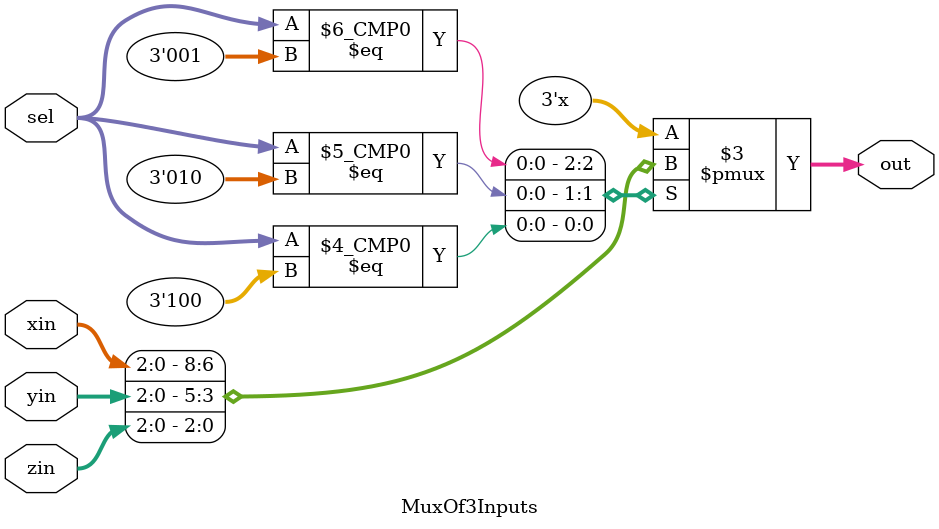
<source format=v>
module intructionDecoder(wIR, nsel, opcode, op, ALUop, sximm5, sximm8, shift, readnum, writenum);

  input [15:0] wIR;
  input [2:0] nsel;//one-hot code
  output [2:0] opcode, readnum, writenum;
  output [1:0] op, ALUop, shift;
  output [15:0] sximm5, sximm8;
  reg [15:0] sximm5, sximm8;
  wire [7:0] imm8;
  wire [4:0] imm5;
  wire [2:0] Rn, Rd, Rm, muxOut;

  assign opcode = wIR[15:13];
  assign op = wIR[12:11];
  assign Rn = wIR[10:8];
  assign Rd = wIR[7:5];
  assign Rm = wIR[2:0];
  MuxOf3Inputs #(3) mux(Rn, Rd, Rm, nsel, muxOut);
  assign readnum = muxOut;
  assign writenum = muxOut;
  assign shift = wIR [4:3];
  assign ALUop = wIR [12:11];
  assign imm8 = wIR [7:0];
  assign imm5 = wIR[4:0];
  
  //assign sximm8
  always @(*)begin
    casex(imm8)
      8'b0xxxxxxx: {sximm8} = {8'b00000000, imm8};
      8'b1xxxxxxx: {sximm8} = {8'b11111111, imm8};
    endcase
  end

  //assign sximm5
  always @(*)begin
    casex(imm5)
      5'b0xxxx: {sximm5} = {11'b00000000000, imm5};
      5'b1xxxx: {sximm5} = {11'b11111111111, imm5};
    endcase
  end

endmodule


module MuxOf3Inputs(xin, yin, zin, sel, out);
  parameter k = 3;
  input [k-1:0] xin, yin, zin; 
  input [2:0] sel;//one-hot code
  output[k-1:0] out ;
  reg [k-1:0] out ;

  always @(*)begin
    case(sel)
	3'b001: out = xin;
	3'b010: out = yin;
	3'b100: out = zin;
	default: out ={k{1'bx}};
    endcase
  end
endmodule
</source>
